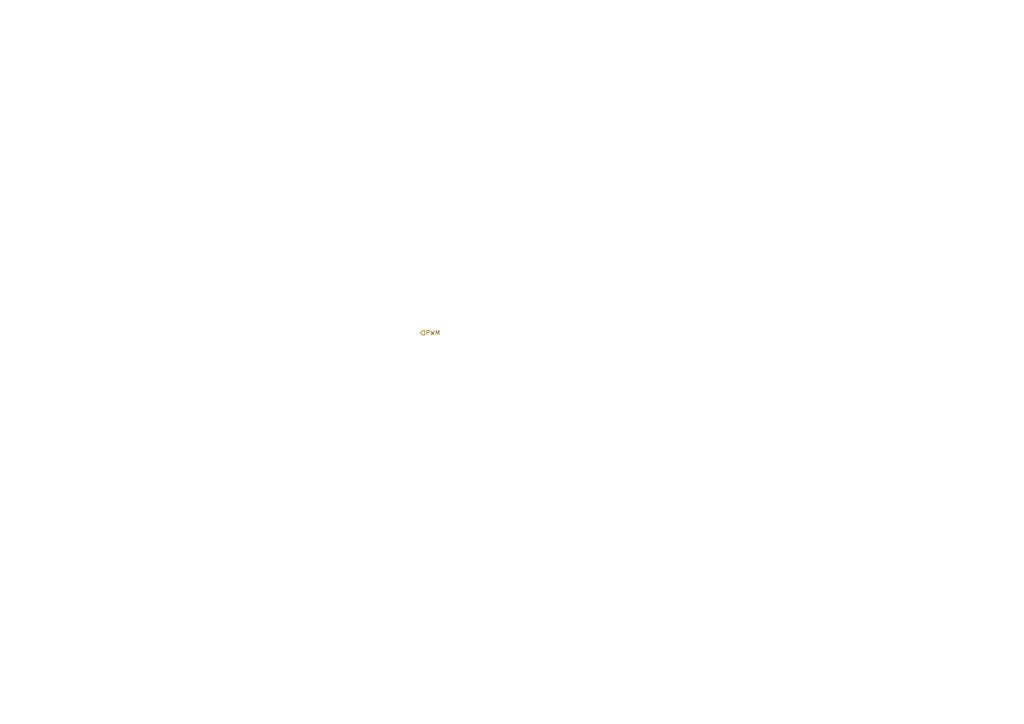
<source format=kicad_sch>
(kicad_sch (version 20230121) (generator eeschema)
  (paper "A4")
  (lib_symbols)
  (hierarchical_label "PWM" (shape input) (at 121.92 96.52 0))
)
</source>
